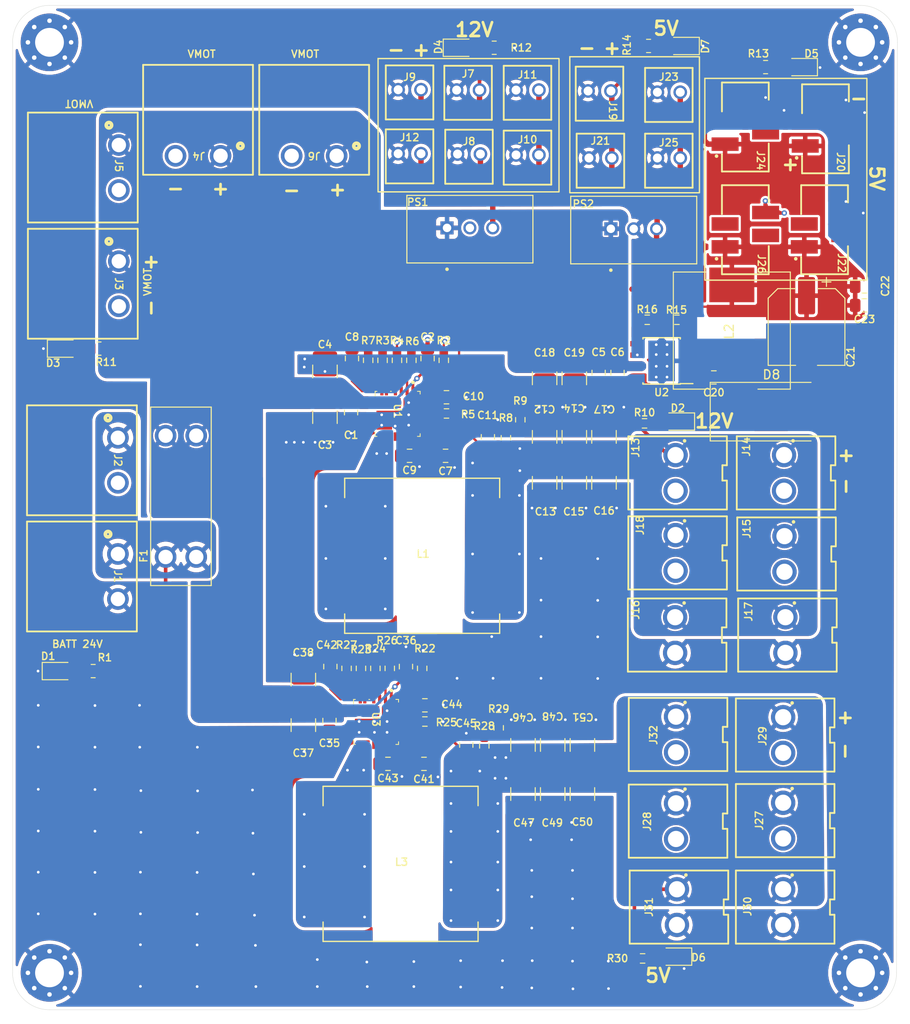
<source format=kicad_pcb>
(kicad_pcb (version 20211014) (generator pcbnew)
  (layers (0 "F.Cu" signal) (1 "In1.Cu" power) (2 "In2.Cu" power) (31 "B.Cu" signal) (34 "B.Paste" user) (35 "F.Paste" user) (36 "B.SilkS" user "B.Silkscreen") (37 "F.SilkS" user "F.Silkscreen") (38 "B.Mask" user) (39 "F.Mask" user) (44 "Edge.Cuts" user))
  (net 0 "")
  (net 1 "+24V")
  (net 2 "GND")
  (net 3 "Net-(C7-Pad1)")
  (net 4 "Net-(C8-Pad1)")
  (net 5 "Net-(C8-Pad2)")
  (net 6 "Net-(C9-Pad2)")
  (net 7 "/REGULO/VDD")
  (net 8 "+12P")
  (net 9 "Net-(C41-Pad1)")
  (net 10 "Net-(C42-Pad1)")
  (net 11 "Net-(C42-Pad2)")
  (net 12 "Net-(C43-Pad2)")
  (net 13 "/REGULO2/VDD")
  (net 14 "+5P")
  (net 15 "Net-(D1-Pad2)")
  (net 16 "Net-(D2-Pad2)")
  (net 17 "Net-(D3-Pad2)")
  (net 18 "Net-(D6-Pad2)")
  (net 19 "+BATT")
  (net 20 "+12C")
  (net 21 "+5C")
  (net 24 "+5V")
  (net 31 "Net-(L1-Pad1)")
  (net 32 "Net-(L3-Pad1)")
  (net 33 "Net-(R2-Pad1)")
  (net 34 "Net-(R3-Pad2)")
  (net 35 "Net-(R5-Pad1)")
  (net 36 "Net-(R6-Pad2)")
  (net 37 "Net-(R7-Pad1)")
  (net 38 "Net-(R8-Pad1)")
  (net 39 "Net-(R22-Pad1)")
  (net 40 "Net-(R23-Pad2)")
  (net 41 "Net-(R25-Pad1)")
  (net 42 "Net-(R26-Pad2)")
  (net 43 "Net-(R27-Pad1)")
  (net 44 "Net-(R28-Pad1)")
  (net 51 "Net-(D4-Pad2)")
  (net 52 "Net-(D5-Pad2)")
  (net 53 "Net-(D7-Pad2)")
  (net 54 "Net-(C20-Pad1)")
  (net 55 "Net-(C20-Pad2)")
  (net 56 "/REGULO5v/VSENS")
  (footprint "AREA_lib_Connector:690367290476" (layer "F.Cu") (at 136.5 48.8 -90)
    (fp_text reference "J22")
    (fp_text value "5V_CAN")
  )
  (footprint "AREA_lib_Connector:Wuerth_3.96mm_2pin_645002114822" (layer "F.Cu") (at 120.5 104.84 90)
    (fp_text reference "J32")
    (fp_text value "5VP")
  )
  (footprint "AREA_lib_Connector:Wuerth_3.96mm_2pin_645002114822" (layer "F.Cu") (at 120.45 75.8 90)
    (fp_text reference "J13")
    (fp_text value "12VP")
  )
  (footprint "AREA_lib_Connector:Wuerth_batcon_691313710002" (layer "F.Cu") (at 58.1 41.9 -90)
    (fp_text reference "J5")
    (fp_text value "MOT_OUT")
  )
  (footprint "LED_SMD:LED_0805_2012Metric_Pad1.15x1.40mm_HandSolder" (layer "F.Cu") (at 133.85 30.75 180)
    (fp_text reference "D5")
    (fp_text value "LED")
  )
  (footprint "MountingHole:MountingHole_3.2mm_M3_Pad_Via" (layer "F.Cu") (at 50.4 28)
    (fp_text reference "H4" hide)
    (fp_text value "M3")
  )
  (footprint "Capacitor_SMD:C_0805_2012Metric_Pad1.18x1.45mm_HandSolder" (layer "F.Cu") (at 92 108.1)
    (fp_text reference "C41")
    (fp_text value "33n")
  )
  (footprint "Capacitor_SMD:C_1210_3225Metric_Pad1.33x2.70mm_HandSolder" (layer "F.Cu") (at 103 106 90)
    (fp_text reference "C46")
    (fp_text value "22u")
  )
  (footprint "AREA_lib_Connector:Wuerth_2.54mm_2pins_61900211121" (layer "F.Cu") (at 103.5 40.8)
    (fp_text reference "J10")
    (fp_text value "12VC")
  )
  (footprint "Resistor_SMD:R_0805_2012Metric_Pad1.20x1.40mm_HandSolder" (layer "F.Cu") (at 129.95 30.75)
    (fp_text reference "R13")
    (fp_text value "560")
  )
  (footprint "AREA_lib_Connector:Wuerth_2.54mm_2pins_61900211121" (layer "F.Cu") (at 97 40.7)
    (fp_text reference "J8")
    (fp_text value "12VC")
  )
  (footprint "AREA_lib_Connector:Wuerth_2.54mm_2pins_61900211121" (layer "F.Cu") (at 111.5 33.7)
    (fp_text reference "J19")
    (fp_text value "5VC")
  )
  (footprint "Capacitor_SMD:C_0805_2012Metric_Pad1.18x1.45mm_HandSolder" (layer "F.Cu") (at 84 63.1 -90)
    (fp_text reference "C8")
    (fp_text value "100n")
  )
  (footprint "AREA_lib_Connector:Wuerth_batcon_691313710002" (layer "F.Cu") (at 58 74.4 -90)
    (fp_text reference "J2")
    (fp_text value "BAT_IN")
  )
  (footprint "Capacitor_SMD:C_0805_2012Metric_Pad1.18x1.45mm_HandSolder" (layer "F.Cu") (at 111.4 64.6625 -90)
    (fp_text reference "C5")
    (fp_text value "100n")
  )
  (footprint "AREA_lib_Connector:Wuerth_3.96mm_2pin_645002114822" (layer "F.Cu") (at 132.4 124 90)
    (fp_text reference "J30")
    (fp_text value "5VP")
  )
  (footprint "AREA_lib_Connector:Wuerth_3.96mm_2pin_645002114822" (layer "F.Cu") (at 120.45 84.68 90)
    (fp_text reference "J18")
    (fp_text value "12VP")
  )
  (footprint "Resistor_SMD:R_0603_1608Metric_Pad0.98x0.95mm_HandSolder" (layer "F.Cu") (at 90.6 63.3 -90)
    (fp_text reference "R6")
    (fp_text value "100k")
  )
  (footprint "Capacitor_SMD:C_1210_3225Metric_Pad1.33x2.70mm_HandSolder" (layer "F.Cu") (at 109.6 106 90)
    (fp_text reference "C51")
    (fp_text value "22u")
  )
  (footprint "Capacitor_SMD:C_0805_2012Metric_Pad1.18x1.45mm_HandSolder" (layer "F.Cu") (at 124.2 65.2 180)
    (fp_text reference "C20")
    (fp_text value "10n")
  )
  (footprint "Capacitor_SMD:C_1210_3225Metric_Pad1.33x2.70mm_HandSolder" (layer "F.Cu") (at 105.4 65.3 -90)
    (fp_text reference "C18")
    (fp_text value "10u")
  )
  (footprint "Capacitor_SMD:C_1210_3225Metric_Pad1.33x2.70mm_HandSolder" (layer "F.Cu") (at 103 111.45 -90)
    (fp_text reference "C47")
    (fp_text value "22u")
  )
  (footprint "Capacitor_SMD:C_0805_2012Metric_Pad1.18x1.45mm_HandSolder" (layer "F.Cu") (at 92.4 63.1 90)
    (fp_text reference "C2")
    (fp_text value "100n")
  )
  (footprint "Capacitor_SMD:CP_Elec_8x11.9" (layer "F.Cu") (at 134.5 59.6 -90)
    (fp_text reference "C21")
    (fp_text value "330u")
  )
  (footprint "Package_SO:TI_SO-PowerPAD-8_ThermalVias" (layer "F.Cu") (at 118.4 63.3625 180)
    (fp_text reference "U2")
    (fp_text value "TPS5450ddar")
  )
  (footprint "Resistor_SMD:R_0805_2012Metric_Pad1.20x1.40mm_HandSolder" (layer "F.Cu") (at 116.95 28.4)
    (fp_text reference "R14")
    (fp_text value "560")
  )
  (footprint "Capacitor_SMD:C_0805_2012Metric_Pad1.18x1.45mm_HandSolder" (layer "F.Cu") (at 113.5 64.665 -90)
    (fp_text reference "C6")
    (fp_text value "100n")
  )
  (footprint "Resistor_SMD:R_0603_1608Metric_Pad0.98x0.95mm_HandSolder" (layer "F.Cu") (at 91.8 97.5 90)
    (fp_text reference "R22")
    (fp_text value "2k")
  )
  (footprint "Capacitor_SMD:C_1210_3225Metric_Pad1.33x2.70mm_HandSolder" (layer "F.Cu") (at 106.3 111.45 -90)
    (fp_text reference "C49")
    (fp_text value "22u")
  )
  (footprint "AREA_lib_Connector:Wuerth_2.54mm_2pins_61900211121" (layer "F.Cu") (at 90.4 40.66)
    (fp_text reference "J12")
    (fp_text value "12VC")
  )
  (footprint "LED_SMD:LED_0805_2012Metric_Pad1.15x1.40mm_HandSolder" (layer "F.Cu") (at 120.73 28.405 180)
    (fp_text reference "D7")
    (fp_text value "LED")
  )
  (footprint "LED_SMD:LED_0805_2012Metric_Pad1.15x1.40mm_HandSolder" (layer "F.Cu") (at 119.8875 129.5 180)
    (fp_text reference "D6")
    (fp_text value "LED")
  )
  (footprint "Capacitor_SMD:C_1210_3225Metric_Pad1.33x2.70mm_HandSolder" (layer "F.Cu") (at 112 71.8 90)
    (fp_text reference "C17")
    (fp_text value "22u")
  )
  (footprint "Capacitor_SMD:C_1210_3225Metric_Pad1.33x2.70mm_HandSolder" (layer "F.Cu") (at 81 69.6 -90)
    (fp_text reference "C3")
    (fp_text value "22u")
  )
  (footprint "Capacitor_SMD:C_0805_2012Metric_Pad1.18x1.45mm_HandSolder" (layer "F.Cu") (at 140.9375 55.1)
    (fp_text reference "C22")
    (fp_text value "100n")
  )
  (footprint "AREA_lib_Connector:Wuerth_3.96mm_2pin_645002114822" (layer "F.Cu") (at 132.55 84.8 90)
    (fp_text reference "J15")
    (fp_text value "12VP")
  )
  (footprint "AREA_lib_Connector:Wuerth_3.96mm_2pin_645002114822" (layer "F.Cu") (at 132.4 104.9 90)
    (fp_text reference "J29")
    (fp_text value "5VP")
  )
  (footprint "MountingHole:MountingHole_3.2mm_M3_Pad_Via" (layer "F.Cu") (at 140.5 28)
    (fp_text reference "H2" hide)
    (fp_text value "M3")
  )
  (footprint "AREA_lib_Connector:Wuerth_2.54mm_2pins_61900211121" (layer "F.Cu") (at 103.5 33.6)
    (fp_text reference "J11")
    (fp_text value "12VC")
  )
  (footprint "AREA_lib_Connector:Wuerth_3.96mm_2pin_645002114822" (layer "F.Cu") (at 120.4 93.8 90)
    (fp_text reference "J16")
    (fp_text value "12VP")
  )
  (footprint "LED_SMD:LED_0805_2012Metric_Pad1.15x1.40mm_HandSolder" (layer "F.Cu") (at 96 28.6)
    (fp_text reference "D4")
    (fp_text value "LED")
  )
  (footprint "Capacitor_SMD:C_0805_2012Metric_Pad1.18x1.45mm_HandSolder" (layer "F.Cu") (at 99.1 71.8 90)
    (fp_text reference "C11")
    (fp_text value "100n")
  )
  (footprint "AREA_lib_Connector:690367290476" (layer "F.Cu") (at 127.7 37.4 -90)
    (fp_text reference "J24")
    (fp_text value "5V_CAN")
  )
  (footprint "Capacitor_SMD:C_0805_2012Metric_Pad1.18x1.45mm_HandSolder" (layer "F.Cu") (at 92.1 101.6 180)
    (fp_text reference "C44")
    (fp_text value "1u")
  )
  (footprint "AREA_lib_Connector:Wuerth_2.54mm_2pins_61900211121" (layer "F.Cu") (at 119.2 33.84)
    (fp_text reference "J23")
    (fp_text value "5VC")
  )
  (footprint "MountingHole:MountingHole_3.2mm_M3_Pad_Via" (layer "F.Cu") (at 50.4 131.3)
    (fp_text reference "H3" hide)
    (fp_text value "M3")
  )
  (footprint "Resistor_SMD:R_0603_1608Metric_Pad0.98x0.95mm_HandSolder" (layer "F.Cu") (at 102.7 69.9 -90)
    (fp_text reference "R9")
    (fp_text value "10k")
  )
  (footprint "Capacitor_SMD:C_1210_3225Metric_Pad1.33x2.70mm_HandSolder" (layer "F.Cu") (at 78.6 103.8 -90)
    (fp_text reference "C37")
    (fp_text value "22u")
  )
  (footprint "AREA_lib_Connector:Wuerth_3.96mm_2pin_645002114822" (layer "F.Cu") (at 132.4 114.4 90)
    (fp_text reference "J27")
    (fp_text value "5VP")
  )
  (footprint "Capacitor_SMD:C_1210_3225Metric_Pad1.33x2.70mm_HandSolder" (layer "F.Cu") (at 105.4 76.9 -90)
    (fp_text reference "C13")
    (fp_text value "22u")
  )
  (footprint "Inductor_SMD:L_Wuerth_HCI-1335" (layer "F.Cu") (at 126.2 60 90)
    (fp_text reference "L2")
    (fp_text value "10uH")
  )
  (footprint "MountingHole:MountingHole_3.2mm_M3_Pad_Via" (layer "F.Cu") (at 140.5 131.3)
    (fp_text reference "H1" hide)
    (fp_text value "M3")
  )
  (footprint "Capacitor_SMD:C_1210_3225Metric_Pad1.33x2.70mm_HandSolder" (layer "F.Cu") (at 109.6 111.45 -90)
    (fp_text reference "C50")
    (fp_text value "22u")
  )
  (footprint "Capacitor_SMD:C_1210_3225Metric_Pad1.33x2.70mm_HandSolder" (layer "F.Cu") (at 112 76.9 -90)
    (fp_text reference "C16")
    (fp_text value "22u")
  )
  (footprint "Resistor_SMD:R_0603_1608Metric_Pad0.98x0.95mm_HandSolder" (layer "F.Cu") (at 87.4 63.3 -90)
    (fp_text reference "R3")
    (fp_text value "562k")
  )
  (footprint "AREA_lib_Connector:Wuerth_2.54mm_2pins_61900211121" (layer "F.Cu") (at 119.2 41.14)
    (fp_text reference "J25")
    (fp_text value "5VC")
  )
  (footprint "AREA_lib_Connector:Wuerth_3.96mm_2pin_645002114822" (layer "F.Cu") (at 132.5 75.8 90)
    (fp_text reference "J14")
    (fp_text value "12VP")
  )
  (footprint "AREA_lib_composant:SIC463EDT1GE3" (layer "F.Cu") (at 89.075 69.245 -90)
    (fp_text reference "U1")
    (fp_text value "SIC466ED-T1-GE3" hide)
  )
  (footprint "Resistor_SMD:R_0603_1608Metric_Pad0.98x0.95mm_HandSolder" (layer "F.Cu") (at 116.5 70.3)
    (fp_text reference "R10")
    (fp_text value "10k")
  )
  (footprint "Resistor_SMD:R_0603_1608Metric_Pad0.98x0.95mm_HandSolder" (layer "F.Cu") (at 88.2 97.5 -90)
    (fp_text reference "R26")
    (fp_text value "100k")
  )
  (footprint "Resistor_SMD:R_0805_2012Metric_Pad1.20x1.40mm_HandSolder" (layer "F.Cu") (at 55.25 97.8 180)
    (fp_text reference "R1")
    (fp_text value "10K")
  )
  (footprint "Capacitor_SMD:C_0805_2012Metric_Pad1.18x1.45mm_HandSolder" (layer "F.Cu") (at 81.6 97.3 -90)
    (fp_text reference "C42")
    (fp_text value "100n")
  )
  (footprint "Capacitor_SMD:C_0805_2012Metric_Pad1.18x1.45mm_HandSolder" (layer "F.Cu") (at 88 108.1 180)
    (fp_text reference "C43")
    (fp_text value "1u")
  )
  (footprint "Capacitor_SMD:C_1210_3225Metric_Pad1.33x2.70mm_HandSolder" (layer "F.Cu") (at 81 64.5375 90)
    (fp_text reference "C4")
    (fp_text value "22u")
  )
  (footprint "Resistor_SMD:R_0603_1608Metric_Pad0.98x0.95mm_HandSolder" (layer "F.Cu") (at 92.1 103.4)
    (fp_text reference "R25")
    (fp_text value "88.7k")
  )
  (footprint "AREA_lib_Connector:690367290476" (layer "F.Cu") (at 127.7 48.8 -90)
    (fp_text reference "J26")
    (fp_text value "5V_CAN")
  )
  (footprint "Resistor_SMD:R_0603_1608Metric_Pad0.98x0.95mm_HandSolder" (layer "F.Cu") (at 94.5 69.2)
    (fp_text reference "R5")
    (fp_text value "88.7k")
  )
  (footprint "Resistor_SMD:R_0805_2012Metric_Pad1.20x1.40mm_HandSolder" (layer "F.Cu") (at 99.8 28.6 180)
    (fp_text reference "R12")
    (fp_text value "5.1K")
  )
  (footprint "AREA_lib_composant:CONV_TSR_2-2450" (layer "F.Cu") (at 115.3 48.84)
    (fp_text reference "PS2")
    (fp_text value "TSR_2-2450")
  )
  (footprint "Capacitor_SMD:C_0805_2012Metric_Pad1.18x1.45mm_HandSolder" (layer "F.Cu") (at 140.9375 57.2)
    (fp_text reference "C23")
    (fp_text value "10n")
  )
  (footprint "Capacitor_SMD:C_1210_3225Metric_Pad1.33x2.70mm_HandSolder" (layer "F.Cu") (at 108.7 65.3 -90)
    (fp_text reference "C19")
    (fp_text value "10u")
  )
  (footprint "Capacitor_SMD:C_0805_2012Metric_Pad1.18x1.45mm_HandSolder" (layer "F.Cu") (at 94.5 67.4 180)
    (fp_text reference "C10")
    (fp_text value "1u")
  )
  (footprint "Resistor_SMD:R_0603_1608Metric_Pad0.98x0.95mm_HandSolder" (layer "F.Cu") (at 85.8 63.3 90)
    (fp_text reference "R7")
    (fp_text value "3.3")
  )
  (footprint "AREA_lib_Connector:Wuerth_3.96mm_2pin_645002114822" (layer "F.Cu") (at 132.65 93.8 90)
    (fp_text reference "J17")
    (fp_text value "12VP")
  )
  (footprint "Resistor_SMD:R_0603_1608Metric_Pad0.98x0.95mm_HandSolder" (layer "F.Cu") (at 100.3 104.1 -90)
    (fp_text reference "R29")
    (fp_text value "10k")
  )
  (footprint "AREA_lib_Connector:Wuerth_batcon_691313710002" (layer "F.Cu") (at 58.1 54.8 -90)
    (fp_text reference "J3")
    (fp_text value "MOT_OUT")
  )
  (footprint "LED_SMD:LED_0805_2012Metric_Pad1.15x1.40mm_HandSolder" (layer "F.Cu") (at 52.025 62)
    (fp_text reference "D3")
    (fp_text value "LED")
  )
  (footprint "Capacitor_SMD:C_0805_2012Metric_Pad1.18x1.45mm_HandSolder" (layer "F.Cu") (at 94.4 73.9)
    (fp_text reference "C7")
    (fp_text value "33n")
  )
  (footprint "LED_SMD:LED_0805_2012Metric_Pad1.15x1.40mm_HandSolder" (layer "F.Cu") (at 51.45 97.8)
    (fp_text reference "D1")
    (fp_text value "LED")
  )
  (footprint "Resistor_SMD:R_0603_1608Metric_Pad0.98x0.95mm_HandSolder" (layer "F.Cu") (at 120.1 58.8 180)
    (fp_text reference "R15")
    (fp_text value "10k")
  )
  (footprint "AREA_lib_Connector:Wuerth_batcon_691313710002" (layer "F.Cu") (at 58 87.3 -90)
    (fp_text reference "J1")
    (fp_text value "BAT_IN")
  )
  (footprint "Capacitor_SMD:C_0805_2012Metric_Pad1.18x1.45mm_HandSolder" (layer "F.Cu") (at 90 97.3 90)
    (fp_text reference "C36")
    (fp_text value "100n")
  )
  (footprint "Capacitor_SMD:C_0805_2012Metric_Pad1.18x1.45mm_HandSolder" (layer "F.Cu") (at 90.4 73.9 180)
    (fp_text reference "C9")
    (fp_text value "1u")
  )
  (footprint "Resistor_SMD:R_0805_2012Metric_Pad1.20x1.40mm_HandSolder" (layer "F.Cu") (at 55.9 62 180)
    (fp_text reference "R11")
    (fp_text value "10K")
  )
  (footprint "Diode_SMD:D_SMC_Handsoldering" (layer "F.Cu") (at 130.6 69)
    (fp_text reference "D8")
    (fp_text value "SSC54-E3/9AT")
  )
  (footprint "AREA_lib_Connector:Wuerth_2.54mm_2pins_61900211121" (layer "F.Cu") (at 90.4 33.56)
    (fp_text reference "J9")
    (fp_text value "12VC")
  )
  (footprint "Resistor_SMD:R_0603_1608Metric_Pad0.98x0.95mm_HandSolder" (layer "F.Cu") (at 85 97.5 -90)
    (fp_text reference "R23")
    (fp_text value "562k")
  )
  (footprint "Capacitor_SMD:C_0805_2012Metric_Pad1.18x1.45mm_HandSolder" (layer "F.Cu") (at 96.7 106 90)
    (fp_text reference "C45")
    (fp_text value "100n")
  )
  (footprint "AREA_lib_Connector:Wuerth_2.54mm_2pins_61900211121" (layer "F.Cu") (at 111.6 41.14)
    (fp_text reference "J21")
    (fp_text value "5VC")
  )
  (footprint "AREA_lib_composant:CONV_TSR_2-2450" (layer "F.Cu") (at 97.1 48.74)
    (fp_text reference "PS1")
    (fp_text value "TSR_2-2450")
  )
  (footprint "Capacitor_SMD:C_0805_2012Metric_Pad1.18x1.45mm_HandSolder" (layer "F.Cu") (at 83.9 69.1 -90)
    (fp_text reference "C1")
    (fp_text value "100n")
  )
  (footprint "Capacitor_SMD:C_0805_2012Metric_Pad1.18x1.45mm_HandSolder" (layer "F.Cu") (at 81.5 103.3 -90)
    (fp_text reference "C35")
    (fp_text value "100n")
  )
  (footprint "Capacitor_SMD:C_1210_3225Metric_Pad1.33x2.70mm_HandSolder" (layer "F.Cu") (at 105.4 71.8 90)
    (fp_text reference "C12")
    (fp_text value "22u")
  )
  (footprint "Resistor_SMD:R_0603_1608Metric_Pad0.98x0.95mm_HandSolder" (layer "F.Cu") (at 98.7 106.1 -90)
    (fp_text reference "R28")
    (fp_text value "52.3k")
  )
  (footprint "Resistor_SMD:R_0603_1608Metric_Pad0.98x0.95mm_HandSolder" (layer "F.Cu") (at 83.4 97.5 90)
    (fp_text reference "R27")
    (fp_text value "3.3")
  )
  (footprint "AREA_lib_Connector:Wuerth_3.96mm_2pin_645002114822" (layer "F.Cu") (at 120.5 114.46 90)
    (fp_text reference "J28")
    (fp_text value "5VP")
  )
  (footprint "Resistor_SMD:R_0603_1608Metric_Pad0.98x0.95mm_HandSolder" (layer "F.Cu") (at 94.2 63.3 90)
    (fp_text reference "R2")
    (fp_text value "2k")
  )
  (footprint "Capacitor_SMD:C_1210_3225Metric_Pad1.33x2.70mm_HandSolder" (layer "F.Cu") (at 108.7 71.8 90)
    (fp_text reference "C14")
    (fp_text value "22u")
  )
  (footprint "Capacitor_SMD:C_1210_3225Metric_Pad1.33x2.70mm_HandSolder" (layer "F.Cu") (at 108.7 76.9 -90)
    (fp_text reference "C15")
    (fp_text value "22u")
  )
  (footprint "Capacitor_SMD:C_1210_3225Metric_Pad1.33x2.70mm_HandSolder" (layer "F.Cu") (at 106.3 106 90)
    (fp_text reference "C48")
    (fp_text value "22u")
  )
  (footprint "AREA_lib_Connector:690367290476" (layer "F.Cu") (at 136.6 37.6 -90)
    (fp_text reference "J20")
    (fp_text value "5V_CAN")
  )
  (footprint "Resistor_SMD:R_0603_1608Metric_Pad0.98x0.95mm_HandSolder" (layer "F.Cu") (at 116.2875 129.7)
    (fp_text reference "R30")
    (fp_text value "10k")
  )
  (footprint "Capacitor_SMD:C_1210_3225Metric_Pad1.33x2.70mm_HandSolder" (layer "F.Cu") (at 78.6 98.75 90)
    (fp_text reference "C38")
    (fp_text value "22u")
  )
  (footprint "LED_SMD:LED_0805_2012Metric_Pad1.15x1.40mm_HandSolder" (layer "F.Cu") (at 120.2 70.1 180)
    (fp_text reference "D2")
    (fp_text value "LED")
  )
  (footprint "AREA_lib_composant:SIC463EDT1GE3" (layer "F.Cu") (at 86.675 103.445 -90)
    (fp_text reference "U3")
    (fp_text value "SIC466ED-T1-GE3" hide)
  )
  (footprint "AREA_lib_Connector:Wuerth_3.96mm_2pin_645002114822" (layer "F.Cu") (at 120.6 124 90)
    (fp_text reference "J31")
    (fp_text value "5VP")
  )
  (footprint "AREA_lib_Connector:Wuerth_batcon_691313710002" (layer "F.Cu") (at 79.8 40.6 180)
    (fp_text reference "J6")
    (fp_text value "MOT_OUT")
  )
  (footprint "AREA_lib_Connector:Wuerth_batcon_691313710002" (layer "F.Cu") (at 66.9 40.6 180)
    (fp_text reference "J4")
    (fp_text value "MOT_OUT")
  )
  (footprint "AREA_lib_composant:FUSE_3557-2" (layer "F.Cu") (at 65 78.4 90)
    (fp_text reference "F1")
    (fp_text value "3557-2")
  )
  (footprint "Resistor_SMD:R_0603_1608Metric_Pad0.98x0.95mm_HandSolder" (layer "F.Cu") (at 116.8 58.8 180)
    (fp_text reference "R16")
    (fp_text value "3k16")
  )
  (footprint "Resistor_SMD:R_0603_1608Metric_Pad0.98x0.95mm_HandSolder" (layer "F.Cu") (at 101.1 71.9 -90)
    (fp_text reference "R8")
    (fp_text value "52.3k")
  )
  (footprint "Resistor_SMD:R_0603_1608Metric_Pad0.98x0.95mm_HandSolder" (layer "F.Cu") (at 89 63.3 90)
    (fp_text reference "R4")
    (fp_text value "226k")
  )
  (footprint "AREA_lib_Connector:Wuerth_2.54mm_2pins_61900211121" (layer "F.Cu") (at 96.9 33.6)
    (fp_text reference "J7")
    (fp_text value "12VC")
  )
  (footprint "Inductor_SMD:L_Vishay_IHLP-6767" (layer "F.Cu") (at 91.8 85)
    (fp_text reference "L1")
    (fp_text value "4.7uH")
  )
  (footprint "Resistor_SMD:R_0603_1608Metric_Pad0.98x0.95mm_HandSolder" (layer "F.Cu") (at 86.6 97.5 90)
    (fp_text reference "R24")
    (fp_text value "226k")
  )
  (footprint "Inductor_SMD:L_Vishay_IHLP-6767" (layer "F.Cu") (at 89.4 119.2)
    (fp_text reference "L3")
    (fp_text value "4.7uH")
  )
  (gr_rect (start 86.9 29.8) (end 107 44.6) (layer "F.SilkS") (width 0.1524) (fill none))
  (gr_rect (start 123.2 32) (end 141.2 54.4) (layer "F.SilkS") (width 0.1524) (fill none))
  (gr_rect (start 108.2 29.6) (end 122.6 44.7) (layer "F.SilkS") (width 0.1524) (fill none))
  (gr_arc (start 140.5 23.9) (mid 143.399926 25.100431) (end 144.601219 28) (layer "Edge.Cuts") (width 0.0381))
  (gr_arc (start 46.3 28) (mid 47.500431 25.100074) (end 50.4 23.898781) (layer "Edge.Cuts") (width 0.0381))
  (gr_arc (start 50.401219 135.399999) (mid 47.501293 134.199568) (end 46.3 131.299999) (layer "Edge.Cuts") (width 0.0381))
  (gr_arc (start 144.499999 131.298781) (mid 143.299568 134.198707) (end 140.399999 135.4) (layer "Edge.Cuts") (width 0.0381))
  (gr_line (start 46.3 28) (end 46.3 131.299999) (layer "Edge.Cuts") (width 0.0381))
  (gr_line (start 50.401219 135.399999) (end 140.399999 135.4) (layer "Edge.Cuts") (width 0.0381))
  (gr_line (start 140.5 23.9) (end 50.4 23.898781) (layer "Edge.Cuts") (width 0.0381))
  (gr_line (start 144.499999 131.298781) (end 144.601219 28) (layer "Edge.Cuts") (width 0.0381))
  (gr_text "5V" (at 142.3 43.1 270) (layer "F.SilkS") (effects (font (size 1.524 1.524) (thickness 0.3048))))
  (gr_text "5V" (at 118 131.6) (layer "F.SilkS") (effects (font (size 1.524 1.524) (thickness 0.3048))))
  (gr_text "+" (at 69.4 44.2) (layer "F.SilkS") (effects (font (size 1.5 1.5) (thickness 0.3))))
  (gr_text "+" (at 61.7 52.3) (layer "F.SilkS") (effects (font (size 1.5 1.5) (thickness 0.3))))
  (gr_text "-" (at 88.9 29 180) (layer "F.SilkS") (effects (font (size 1.5 1.5) (thickness 0.3))))
  (gr_text "12V\n" (at 124.25 70.05) (layer "F.SilkS") (effects (font (size 1.524 1.524) (thickness 0.3048))))
  (gr_text "+" (at 138.7 103 90) (layer "F.SilkS") (effects (font (size 1.5 1.5) (thickness 0.3))))
  (gr_text "-" (at 138.9 106.7 270) (layer "F.SilkS") (effects (font (size 1.5 1.5) (thickness 0.3))))
  (gr_text "-" (at 77.3 44.6 180) (layer "F.SilkS") (effects (font (size 1.5 1.5) (thickness 0.3))))
  (gr_text "-" (at 61.6 57.5 90) (layer "F.SilkS") (effects (font (size 1.5 1.5) (thickness 0.3))))
  (gr_text "5V" (at 118.9 26.45) (layer "F.SilkS") (effects (font (size 1.524 1.524) (thickness 0.3048))))
  (gr_text "-" (at 110.1 28.8 180) (layer "F.SilkS") (effects (font (size 1.5 1.5) (thickness 0.3))))
  (gr_text "VMOT" (at 53.7 34.8 180) (layer "F.SilkS") (effects (font (size 0.8128 0.8128) (thickness 0.1524))))
  (gr_text "+" (at 82.4 44.3) (layer "F.SilkS") (effects (font (size 1.5 1.5) (thickness 0.3))))
  (gr_text "+" (at 138.8 73.9 90) (layer "F.SilkS") (effects (font (size 1.5 1.5) (thickness 0.3))))
  (gr_text "-" (at 139 77.3 270) (layer "F.SilkS") (effects (font (size 1.5 1.5) (thickness 0.3))))
  (gr_text "12V\n" (at 97.6 26.6) (layer "F.SilkS") (effects (font (size 1.524 1.524) (thickness 0.3048))))
  (gr_text "-" (at 140.3 34.4 180) (layer "F.SilkS") (effects (font (size 1.5 1.5) (thickness 0.3))))
  (gr_text "BATT 24V" (at 53.5 94.8) (layer "F.SilkS") (effects (font (size 0.8128 0.8128) (thickness 0.1524))))
  (gr_text "VMOT" (at 67.3 29.3) (layer "F.SilkS") (effects (font (size 0.8128 0.8128) (thickness 0.1524))))
  (gr_text "VMOT" (at 61.3 54.6 90) (layer "F.SilkS") (effects (font (size 0.8128 0.8128) (thickness 0.1524))))
  (gr_text "+" (at 132.7 41.5) (layer "F.SilkS") (effects (font (size 1.5 1.5) (thickness 0.3))))
  (gr_text "+" (at 91.7 28.8) (layer "F.SilkS") (effects (font (size 1.5 1.5) (thickness 0.3))))
  (gr_text "-" (at 64.4 44.4 180) (layer "F.SilkS") (effects (font (size 1.5 1.5) (thickness 0.3))))
  (gr_text "VMOT" (at 78.8 29.3) (layer "F.SilkS") (effects (font (size 0.8128 0.8128) (thickness 0.1524))))
  (gr_text "+" (at 112.9 28.6) (layer "F.SilkS") (effects (font (size 1.5 1.5) (thickness 0.3))))
  (segment (start 85 96.5875) (end 85.9125 97.5) (width 0.3) (layer "F.Cu") (net 1))
  (segment (start 88.375 100.92) (end 88.375 99.925) (width 0.3) (layer "F.Cu") (net 1))
  (segment (start 91.21875 65.31875) (end 90.775 65.7625) (width 0.3) (layer "F.Cu") (net 1))
  (segment (start 89.9625 98.3375) (end 90 98.3375) (width 0.3) (layer "F.Cu") (net 1))
  (segment (start 87.55 63.25) (end 92.25 63.25) (width 0.25) (layer "F.Cu") (net 1))
  (segment (start 88.375 99.925) (end 89.9625 98.3375) (width 0.3) (layer "F.Cu") (net 1))
  (segment (start 87.4 62.3875) (end 87.4 63.1) (width 0.25) (layer "F.Cu") (net 1))
  (segment (start 92.25 63.25) (end 92.4 63.4) (width 0.25) (layer "F.Cu") (net 1))
  (segment (start 90.775 65.7625) (end 90.775 66.72) (width 0.3) (layer "F.Cu") (net 1))
  (segment (start 92.4 63.4) (end 92.4 64.1375) (width 0.25) (layer "F.Cu") (net 1))
  (segment (start 85.9125 97.5) (end 89.1625 97.5) (width 0.3) (layer "F.Cu") (net 1))
  (segment (start 87.4 63.1) (end 87.55 63.25) (width 0.25) (layer "F.Cu") (net 1))
  (segment (start 92.4 64.1375) (end 91.21875 65.31875) (width 0.3) (layer "F.Cu") (net 1))
  (segment (start 89.1625 97.5) (end 90 98.3375) (width 0.3) (layer "F.Cu") (net 1))
  (via (at 91.21875 65.31875) (size 0.6) (drill 0.3) (layers "F.Cu" "B.Cu") (net 1))
  (via (at 88.775 99.525) (size 0.6) (drill 0.3) (layers "F.Cu" "B.Cu") (net 1))
  (segment (start 91.21875 65.31875) (end 88.9375 67.6) (width 0.3) (layer "B.Cu") (net 1))
  (segment (start 88.775 99.525) (end 86.5 101.8) (width 0.3) (layer "B.Cu") (net 1))
  (segment (start 88.9375 67.6) (end 85.7 67.6) (width 0.3) (layer "B.Cu") (net 1))
  (segment (start 86.5 101.8) (end 83.3 101.8) (width 0.3) (layer "B.Cu") (net 1))
  (segment (start 89.825 71.77) (end 89.825 72.495) (width 0.25) (layer "F.Cu") (net 2))
  (segment (start 87.425 105.075) (end 87.9 104.6) (width 0.25) (layer "F.Cu") (net 2))
  (segment (start 90.525 69.495) (end 91.6 69.495) (width 0.3) (layer "F.Cu") (net 2))
  (segment (start 89.825 70.975) (end 90.3 70.5) (width 0.25) (layer "F.Cu") (net 2))
  (segment (start 87.425 106.525) (end 89 108.1) (width 0.25) (layer "F.Cu") (net 2))
  (segment (start 89 108.1) (end 89.0375 108.1) (width 0.25) (layer "F.Cu") (net 2))
  (segment (start 89.825 72.495) (end 91.23 73.9) (width 0.25) (layer "F.Cu") (net 2))
  (segment (start 89.825 71.77) (end 89.825 70.975) (width 0.25) (layer "F.Cu") (net 2))
  (segment (start 87.425 105.97) (end 87.425 106.525) (width 0.25) (layer "F.Cu") (net 2))
  (segment (start 99.9625 69.9) (end 99.1 70.7625) (width 0.25) (layer "F.Cu") (net 2))
  (segment (start 88.125 103.695) (end 87.875 103.445) (width 0.3) (layer "F.Cu") (net 2))
  (segment (start 90.275 69.245) (end 90.525 69.495) (width 0.3) (layer "F.Cu") (net 2))
  (segment (start 89.2 103.695) (end 88.125 103.695) (width 0.3) (layer "F.Cu") (net 2))
  (segment (start 94.2 61.3) (end 94.3 61.2) (width 0.25) (layer "F.Cu") (net 2))
  (segment (start 94.2 62.3875) (end 94.2 61.3) (width 0.25) (layer "F.Cu") (net 2))
  (segment (start 100.2 69.9) (end 99.9625 69.9) (width 0.25) (layer "F.Cu") (net 2))
  (segment (start 92.4 62.0625) (end 92.4 61) (width 0.25) (layer "F.Cu") (net 2))
  (segment (start 91.23 73.9) (end 91.4375 73.9) (width 0.25) (layer "F.Cu") (net 2))
  (segment (start 87.425 105.97) (end 87.425 105.075) (width 0.25) (layer "F.Cu") (net 2))
  (segment (start 89 62.3875) (end 89 61.3) (width 0.25) (layer "F.Cu") (net 2))
  (via (at 78.75 63.15) (size 0.6) (drill 0.3) (layers "F.Cu" "B.Cu") (net 2))
  (via (at 87.3 70.5) (size 0.6) (drill 0.3) (layers "F.Cu" "B.Cu") (net 2))
  (via (at 92.4 61) (size 0.6) (drill 0.3) (layers "F.Cu" "B.Cu") (net 2))
  (via (at 138.875 34.4) (size 0.6) (drill 0.3) (layers "F.Cu" "B.Cu") (net 2))
  (via (at 104.025 129.95) (size 0.6) (drill 0.3) (layers "F.Cu" "B.Cu") (net 2))
  (via (at 103.85 116.525) (size 0.6) (drill 0.3) (layers "F.Cu" "B.Cu") (net 2))
  (via (at 132 35.55) (size 0.6) (drill 0.3) (layers "F.Cu" "B.Cu") (net 2))
  (via (at 100.325 102.15) (size 0.6) (drill 0.3) (layers "F.Cu" "B.Cu") (net 2))
  (via (at 81.45 105.65) (size 0.6) (drill 0.3) (layers "F.Cu" "B.Cu") (net 2))
  (via (at 60.55 115.7) (size 0.6) (drill 0.3) (layers "F.Cu" "B.Cu") (net 2))
  (via (at 108.4 114.6) (size 0.6) (drill 0.3) (layers "F.Cu" "B.Cu") (net 2))
  (via (at 79.425 95.975) (size 0.6) (drill 0.3) (layers "F.Cu" "B.Cu") (net 2))
  (via (at 66.85 115.725) (size 0.6) (drill 0.3) (layers "F.Cu" "B.Cu") (net 2))
  (via (at 66.8 120.15) (size 0.6) (drill 0.3) (layers "F.Cu" "B.Cu") (net 2))
  (via (at 105 85.3) (size 0.6) (drill 0.3) (layers "F.Cu" "B.Cu") (net 2))
  (via (at 76.7 72.4) (size 0.6) (drill 0.3) (layers "F.Cu" "B.Cu") (net 2))
  (via (at 49.15 115.55) (size 0.6) (drill 0.3) (layers "F.Cu" "B.Cu") (net 2))
  (via (at 95.675 98.6) (size 0.6) (drill 0.3) (layers "F.Cu" "B.Cu") (net 2))
  (via (at 49.15 101.6) (size 0.6) (drill 0.3) (layers "F.Cu" "B.Cu") (net 2))
  (via (at 101.7 103.2) (size 0.6) (drill 0.3) (layers "F.Cu" "B.Cu") (net 2))
  (via (at 60.55 111.075) (size 0.6) (drill 0.3) (layers "F.Cu" "B.Cu") (net 2))
  (via (at 104.3 103.2) (size 0.6) (drill 0.3) (layers "F.Cu" "B.Cu") (net 2))
  (via (at 105 89.925) (size 0.6) (drill 0.3) (layers "F.Cu" "B.Cu") (net 2))
  (via (at 96.075 132.875) (size 0.6) (drill 0.3) (layers "F.Cu" "B.Cu") (net 2))
  (via (at 78.7 106.725) (size 0.6) (drill 0.3) (layers "F.Cu" "B.Cu") (net 2))
  (via (at 111.3 98.625) (size 0.6) (drill 0.3) (layers "F.Cu" "B.Cu") (net 2))
  (via (at 107.7 103.2) (size 0.6) (drill 0.3) (layers "F.Cu" "B.Cu") (net 2))
  (via (at 73.325 132.825) (size 0.6) (drill 0.3) (layers "F.Cu" "B.Cu") (net 2))
  (via (at 49.15 124.75) (size 0.6) (drill 0.3) (layers "F.Cu" "B.Cu") (net 2))
  (via (at 73.175 124.9) (size 0.6) (drill 0.3) (layers "F.Cu" "B.Cu") (net 2))
  (via (at 104.8 68.5) (size 0.6) (drill 0.3) (layers "F.Cu" "B.Cu") (net 2))
  (via (at 80.15 129.825) (size 0.6) (drill 0.3) (layers "F.Cu" "B.Cu") (net 2))
  (via (at 60.4 101.6) (size 0.6) (drill 0.3) (layers "F.Cu" "B.Cu") (net 2))
  (via (at 87.9 102.2) (size 0.6) (drill 0.3) (layers "F.Cu" "B.Cu") (net 2))
  (via (at 108.5 130) (size 0.6) (drill 0.3) (layers "F.Cu" "B.Cu") (net 2))
  (via (at 114.2 68.5) (size 0.6) (drill 0.3) (layers "F.Cu" "B.Cu") (net 2))
  (via (at 88.8 70.6) (size 0.6) (drill 0.3) (layers "F.Cu" "B.Cu") (net 2))
  (via (at 87.9 103.4) (size 0.6) (drill 0.3) (layers "F.Cu" "B.Cu") (net 2))
  (via (at 112.5 133.05) (size 0.6) (drill 0.3) (layers "F.Cu" "B.Cu") (net 2))
  (via (at 73.05 120.325) (size 0.6) (drill 0.3) (layers "F.Cu" "B.Cu") (net 2))
  (via (at 60.5 124.75) (size 0.6) (drill 0.3) (layers "F.Cu" "B.Cu") (net 2))
  (via (at 108.5 119.925) (size 0.6) (drill 0.3) (layers "F.Cu" "B.Cu") (net 2))
  (via (at 96.7 104.7) (size 0.6) (drill 0.3) (layers "F.Cu" "B.Cu") (net 2))
  (via (at 107.4 68.5) (size 0.6) (drill 0.3) (layers "F.Cu" "B.Cu") (net 2))
  (via (at 55.45 106.25) (size 0.6) (drill 0.3) (layers "F.Cu" "B.Cu") (net 2))
  (via (at 60.5 120.125) (size 0.6) (drill 0.3) (layers "F.Cu" "B.Cu") (net 2))
  (via (at 85.7 132.825) (size 0.6) (drill 0.3) (layers "F.Cu" "B.Cu") (net 2))
  (via (at 55.45 101.625) (size 0.6) (drill 0.3) (layers "F.Cu" "B.Cu") (net 2))
  (via (at 108.5 123.075) (size 0.6) (drill 0.3) (layers "F.Cu" "B.Cu") (net 2))
  (via (at 80.9 72.4) (size 0.6) (drill 0.3) (layers "F.Cu" "B.Cu") (net 2))
  (via (at 72.95 111) (size 0.6) (drill 0.3) (layers "F.Cu" "B.Cu") (net 2))
  (via (at 99.525 93.975) (size 0.6) (drill 0.3) (layers "F.Cu" "B.Cu") (net 2))
  (via (at 100.2 69.9) (size 0.6) (drill 0.3) (layers "F.Cu" "B.Cu") (net 2))
  (via (at 138.875 45.675) (size 0.6) (drill 0.3) (layers "F.Cu" "B.Cu") (net 2))
  (via (at 115.7 62.7) (size 0.6) (drill 0.3) (layers "F.Cu" "B.Cu") (net 2))
  (via (at 108.5 126.325) (size 0.6) (drill 0.3) (layers "F.Cu" "B.Cu") (net 2))
  (via (at 106.6 79.7) (size 0.6) (drill 0.3) (layers "F.Cu" "B.Cu") (net 2))
  (via (at 113.4 79.7) (size 0.6) (drill 0.3) (layers "F.Cu" "B.Cu") (net 2))
  (via (at 83.9 71.4) (size 0.6) (drill 0.3) (layers "F.Cu" "B.Cu") (net 2))
  (via (at 84.8 103.4) (size 0.6) (drill 0.3) (layers "F.Cu" "B.Cu") (net 2))
  (via (at 129.925 45.6) (size 0.6) (drill 0.3) (layers "F.Cu" "B.Cu") (net 2))
  (via (at 108.4 116.525) (size 0.6) (drill 0.3) (layers "F.Cu" "B.Cu") (net 2))
  (via (at 49.15 110.925) (size 0.6) (drill 0.3) (layers "F.Cu" "B.Cu") (net 2))
  (via (at 110 79.7) (size 0.6) (drill 0.3) (layers "F.Cu" "B.Cu") (net 2))
  (via (at 123 28.4) (size 0.6) (drill 0.3) (layers "F.Cu" "B.Cu") (net 2))
  (via (at 60.425 106.25) (size 0.6) (drill 0.3) (layers "F.Cu" "B.Cu") (net 2))
  (via (at 85.65 130.1) (size 0.6) (drill 0.3) (layers "F.Cu" "B.Cu") (net 2))
  (via (at 81 64.5375) (size 0.6) (drill 0.3) (layers "F.Cu" "B.Cu") (net 2))
  (via (at 111.3 85.325) (size 0.6) (drill 0.3) (layers "F.Cu" "B.Cu") (net 2))
  (via (at 84.8 104.6) (size 0.6) (drill 0.3) (layers "F.Cu" "B.Cu") (net 2))
  (via (at 77.6 72.4) (size 0.6) (drill 0.3) (layers "F.Cu" "B.Cu") (net 2))
  (via (at 78.6 72.4) (size 0.6) (drill 0.3) (layers "F.Cu" "B.Cu") (net 2))
  (via (at 90.3 70.5) (size 0.6) (drill 0.3) (layers "F.Cu" "B.Cu") (net 2))
  (via (at 66.85 111.1) (size 0.6) (drill 0.3) (layers "F.Cu" "B.Cu") (net 2))
  (via (at 73.275 128.25) (size 0.6) (drill 0.3) (layers "F.Cu" "B.Cu") (net 2))
  (via (at 96.075 129.95) (size 0.6) (drill 0.3) (layers "F.Cu" "B.Cu") (net 2))
  (via (at 55.45 110.95) (size 0.6) (drill 0.3) (layers "F.Cu" "B.Cu") (net 2))
  (via (at 104 79.7) (size 0.6) (drill 0.3) (layers "F.Cu" "B.Cu") (net 2))
  (via (at 140.95 35.8) (size 0.6) (drill 0.3) (layers "F.Cu" "B.Cu") (net 2))
  (via (at 60.5 132.8) (size 0.6) (drill 0.3) (layers "F.Cu" "B.Cu") (net 2))
  (via (at 108.55 133.075) (size 0.6) (drill 0.3) (layers "F.Cu" "B.Cu") (net 2))
  (via (at 105 98.6) (size 0.6) (drill 0.3) (layers "F.Cu" "B.Cu") (net 2))
  (via (at 111.1 103.2) (size 0.6) (drill 0.3) (layers "F.Cu" "B.Cu") (net 2))
  (via (at 91.5 75.1) (size 0.6) (drill 0.3) (layers "F.Cu" "B.Cu") (net 2))
  (via (at 90.875 130.05) (size 0.6) (drill 0.3) (layers "F.Cu" "B.Cu") (net 2))
  (via (at 73 115.8) (size 0.6) (drill 0.3) (layers "F.Cu" "B.Cu") (net 2))
  (via (at 79.9 72.4) (size 0.6) (drill 0.3) (layers "F.Cu" "B.Cu") (net 2))
  (via (at 132.025 46.95) (size 0.6) (drill 0.3) (layers "F.Cu" "B.Cu") (net 2))
  (via (at 102.075 28.625) (size 0.6) (drill 0.3) (layers "F.Cu" "B.Cu") (net 2))
  (via (at 49.725 62) (size 0.6) (drill 0.3) (layers "F.Cu" "B.Cu") (net 2))
  (via (at 49.15 120.125) (size 0.6) (drill 0.3) (layers "F.Cu" "B.Cu") (net 2))
  (via (at 112.5 68.5) (size 0.6) (drill 0.3) (layers "F.Cu" "B.Cu") (net 2))
  (via (at 49.15 106.225) (size 0.6) (drill 0.3) (layers "F.Cu" "B.Cu") (net 2))
  (via (at 100.725 129.95) (size 0.6) (drill 0.3) (layers "F.Cu" "B.Cu") (net 2))
  (via (at 111.3 89.95) (size 0.6) (drill 0.3) (layers "F.Cu" "B.Cu") (net 2))
  (via (at 91.9 95.5) (size 0.6) (drill 0.3) (layers "F.Cu" "B.Cu") (net 2))
  (via (at 100.675 132.925) (size 0.6) (drill 0.3) (layers "F.Cu" "B.Cu") (net 2))
  (via (at 90 95.1) (size 0.6) (drill 0.3) (layers "F.Cu" "B.Cu") (net 2))
  (via (at 105 93.975) (size 0.6) (drill 0.3) (layers "F.Cu" "B.Cu") (net 2))
  (via (at 103.975 132.975) (size 0.6) (drill 0.3) (layers "F.Cu" "B.Cu") (net 2))
  (via (at 88.8 69.35) (size 0.6) (drill 0.3) (layers "F.Cu" "B.Cu") (net 2))
  (via (at 55.45 124.775) (size 0.6) (drill 0.3) (layers "F.Cu" "B.Cu") (net 2))
  (via (at 66.825 106.25) (size 0.6) (drill 0.3) (layers "F.Cu" "B.Cu") (net 2))
  (via (at 90.3 69.35) (size 0.6) (drill 0.3) (layers "F.Cu" "B.Cu") (net 2))
  (via (at 55.45 120.15) (size 0.6) (drill 0.3) (layers "F.Cu" "B.Cu") (net 2))
  (via (at 90.3 68) (size 0.6) (drill 0.3) (layers "F.Cu" "B.Cu") (net 2))
  (via (at 136 30.8) (size 0.6) (drill 0.3) (layers "F.Cu" "B.Cu") (net 2))
  (via (at 103.85 114.6) (size 0.6) (drill 0.3) (layers "F.Cu" "B.Cu") (net 2))
  (via (at 60.5 128.175) (size 0.6) (drill 0.3) (layers "F.Cu" "B.Cu") (net 2))
  (via (at 77.625 95.975) (size 0.6) (drill 0.3) (layers "F.Cu" "B.Cu") (net 2))
  (via (at 78.7 64.05) (size 0.6) (drill 0.3) (layers "F.Cu" "B.Cu") (net 2))
  (via (at 111.3 94) (size 0.6) (drill 0.3) (layers "F.Cu" "B.Cu") (net 2))
  (via (at 95.4 75.2) (size 0.6) (drill 0.3) (layers "F.Cu" "B.Cu") (net 2))
  (via (at 120.9 130.825) (size 0.6) (drill 0.3) (layers "F.Cu" "B.Cu") (net 2))
  (via (at 66.8 128.2) (size 0.6) (drill 0.3) (layers "F.Cu" "B.Cu") (net 2))
  (via (at 99.675 98.6) (size 0.6) (drill 0.3) (layers "F.Cu" "B.Cu") (net 2))
  (via (at 96.7 67.4) (size 0.6) (drill 0.3) (layers "F.Cu" "B.Cu") (net 2))
  (via (at 94.15 101.55) (size 0.6) (drill 0.3) (layers "F.Cu" "B.Cu") (net 2))
  (via (at 90.875 132.825) (size 0.6) (drill 0.3) (layers "F.Cu" "B.Cu") (net 2))
  (via (at 86.5 104.6) (size 0.6) (drill 0.3) (layers "F.Cu" "B.Cu") (net 2))
  (via (at 81.9 72.4) (size 0.6) (drill 0.3) (layers "F.Cu" "B.Cu") (net 2))
  (via (at 87.9 104.6) (size 0.6) (drill 0.3) (layers "F.Cu" "B.Cu") (net 2))
  (via (at 86.55 95.525) (size 0.6) (drill 0.3) (layers "F.Cu" "B.Cu") (net 2))
  (via (at 103.975 126.325) (size 0.6) (drill 0.3) (layers "F.Cu" "B.Cu") (net 2))
  (via (at 103.975 122.85) (size 0.6) (drill 0.3) (layers "F.Cu" "B.Cu") (net 2))
  (via (at 89.55 109.5) (size 0.6) (drill 0.3) (layers "F.Cu" "B.Cu") (net 2))
  (via (at 96.5 69.2) (size 0.6) (drill 0.3) (layers "F.Cu" "B.Cu") (net 2))
  (via (at 94.125 103.425) (size 0.6) (drill 0.3) (layers "F.Cu" "B.Cu") (net 2))
  (via (at 55.45 115.575) (size 0.6) (drill 0.3) (layers "F.Cu" "B.Cu") (net 2))
  (via (at 140.8 46.95) (size 0.6) (drill 0.3) (layers "F.Cu" "B.Cu") (net 2))
  (via (at 86.5 103.4) (size 0.6) (drill 0.3) (layers "F.Cu" "B.Cu") (net 2))
  (via (at 112.475 130) (size 0.6) (drill 0.3) (layers "F.Cu" "B.Cu") (net 2))
  (via (at 49.125 97.8) (size 0.6) (drill 0.3) (layers "F.Cu" "B.Cu") (net 2))
  (via (at 94.3 61.2) (size 0.6) (drill 0.3) (layers "F.Cu" "B.Cu") (net 2))
  (via (at 93.55 109.55) (size 0.6) (drill 0.3) (layers "F.Cu" "B.Cu") (net 2))
  (via (at 109.9 68.5) (size 0.6) (drill 0.3) (layers "F.Cu" "B.Cu") (net 2))
  (via (at 129.95 34.125) (size 0.6) (drill 0.3) (layers "F.Cu" "B.Cu") (net 2))
  (via (at 66.8 132.825) (size 0.6) (drill 0.3) (layers "F.Cu" "B.Cu") (net 2))
  (via (at 80.15 132.825) (size 0.6) (drill 0.3) (layers "F.Cu" "B.Cu") (net 2))
  (via (at 103.975 119.925) (size 0.6) (drill 0.3) (layers "F.Cu" "B.Cu") (net 2))
  (via (at 66.8 124.775) (size 0.6) (drill 0.3) (layers "F.Cu" "B.Cu") (net 2))
  (via (at 87.3 69.35) (size 0.6) (drill 0.3) (layers "F.Cu" "B.Cu") (net 2))
  (via (at 89 61.3) (size 0.6) (drill 0.3) (layers "F.Cu" "B.Cu") (net 2))
  (segment (start 90.825 72.525) (end 91.9875 72.525) (width 0.25) (layer "F.Cu") (net 3))
  (segment (start 90.825 71.77) (end 90.825 72.525) (width 0.25) (layer "F.Cu") (net 3))
  (segment (start 91.9875 72.525) (end 93.3625 73.9) (width 0.25) (layer "F.Cu") (net 3))
  (segment (start 84 62.0625) (end 84.1375 62.2) (width 0.25) (layer "F.Cu") (net 4))
  (segment (start 85.6125 62.2) (end 85.8 62.3875) (width 0.25) (layer "F.Cu") (net 4))
  (segment (start 84.1375 62.2) (end 85.6125 62.2) (width 0.25) (layer "F.Cu") (net 4))
  (segment (start 84 65.6) (end 85.12 66.72) (width 0.25) (layer "F.Cu") (net 5))
  (segment (start 85.12 66.72) (end 87.825 66.72) (width 0.25) (layer "F.Cu") (net 5))
  (segment (start 84 64.1375) (end 84 65.6) (width 0.25) (layer "F.Cu") (net 5))
  (segment (start 89.325 71.77) (end 89.325 73.8625) (width 0.25) (layer "F.Cu") (net 6))
  (segment (start 89.325 73.8625) (end 89.3625 73.9) (width 0.25) (layer "F.Cu") (net 6))
  (segment (start 93.4625 67.2375) (end 95.9 64.8) (width 0.25) (layer "F.Cu") (net 7))
  (segment (start 90.6 60.6) (end 90.6 62.3875) (width 0.25) (layer "F.Cu") (net 7))
  (segment (start 91.2 60) (end 90.6 60.6) (width 0.25) (layer "F.Cu") (net 7))
  (segment (start 91.6 68.495) (end 91.6 67.995) (width 0.25) (layer "F.Cu") (net 7))
  (segment (start 91.6 67.995) (end 92.8675 67.995) (width 0.25) (layer "F.Cu") (net 7))
  (segment (start 93.4625 67.4) (end 93.1 67.4) (width 0.25) (layer "F.Cu") (net 7))
  (segment (start 93.4625 67.4) (end 93.4625 67.2375) (width 0.25) (layer "F.Cu") (net 7))
  (segment (start 95.9 61.1) (end 94.8 60) (width 0.25) (layer "F.Cu") (net 7))
  (segment (start 92.8675 67.995) (end 93.4625 67.4) (width 0.25) (layer "F.Cu") (net 7))
  (segment (start 95.9 64.8) (end 95.9 61.1) (width 0.25) (layer "F.Cu") (net 7))
  (segment (start 94.8 60) (end 91.2 60) (width 0.25) (layer "F.Cu") (net 7))
  (segment (start 98.3875 72.8375) (end 99.1 72.8375) (width 0.25) (layer "F.Cu") (net 8))
  (segment (start 91.6 70.995) (end 96.545 70.995) (width 0.25) (layer "F.Cu") (net 8))
  (segment (start 119.1075 73.82) (end 119.95 73.82) (width 0.4) (layer "F.Cu") (net 8))
  (segment (start 115.5875 70.3) (end 119.1075 73.82) (width 0.4) (layer "F.Cu") (net 8))
  (segment (start 96.545 70.995) (end 98.3875 72.8375) (width 0.25) (layer "F.Cu") (net 8))
  (via (at 97.4 84.8) (size 0.6) (drill 0.3) (layers "F.Cu" "B.Cu") (net 8))
  (via (at 102.6 84.8) (size 0.6) (drill 0.3) (layers "F.Cu" "B.Cu") (net 8))
  (via (at 97.4 74.7) (size 0.6) (drill 0.3) (layers "F.Cu" "B.Cu") (net 8))
  (via (at 97.4 78.3) (size 0.6) (drill 0.3) (layers "F.Cu" "B.Cu") (net 8))
  (via (at 102.65 73.1) (size 0.6) (drill 0.3) (layers "F.Cu" "B.Cu") (net 8))
  (via (at 102.6 78.3) (size 0.6) (drill 0.3) (layers "F.Cu" "B.Cu") (net 8))
  (via (at 102.6 91.3) (size 0.6) (drill 0.3) (layers "F.Cu" "B.Cu") (net 8))
  (via (at 97.4 91.3) (size 0.6) (drill 0.3) (layers "F.Cu" "B.Cu") (net 8))
  (via (at 102.65 75.55) (size 0.6) (drill 0.3) (layers "F.Cu" "B.Cu") (net 8))
  (segment (start 88.425 105.97) (end 88.425 106.725) (width 0.25) (layer "F.Cu") (net 9))
  (segment (start 88.425 106.725) (end 89.5875 106.725) (width 0.25) (layer "F.Cu") (net 9))
  (segment (start 89.5875 106.725) (end 90.9625 108.1) (width 0.25) (layer "F.Cu") (net 9))
  (segment (start 81.7375 96.4) (end 83.2125 96.4) (width 0.25) (layer "F.Cu") (net 10))
  (segment (start 81.6 96.2625) (end 81.7375 96.4) (width 0.25) (layer "F.Cu") (net 10))
  (segment (start 83.2125 96.4) (end 83.4 96.5875) (width 0.25) (layer "F.Cu") (net 10))
  (segment (start 82.72 100.92) (end 85.425 100.92) (width 0.25) (layer "F.Cu") (net 11))
  (segment (start 81.6 98.3375) (end 81.6 99.8) (width 0.25) (layer "F.Cu") (net 11))
  (segment (start 81.6 99.8) (end 82.72 100.92) (width 0.25) (layer "F.Cu") (net 11))
  (segment (start 86.925 108.0625) (end 86.9625 108.1) (width 0.25) (layer "F.Cu") (net 12))
  (segment (start 86.925 105.97) (end 86.925 108.0625) (width 0.25) (layer "F.Cu") (net 12))
  (segment (start 90.4675 102.195) (end 91.0625 101.6) (width 0.25) (layer "F.Cu") (net 13))
  (segment (start 91.0625 101.5375) (end 94 98.6) (width 0.25) (layer "F.Cu") (net 13))
  (segment (start 93.3 94.4) (end 88.8 94.4) (width 0.25) (layer "F.Cu") (net 13))
  (segment (start 91.0625 101.6) (end 91.0625 101.5375) (width 0.25) (layer "F.Cu") (net 13))
  (segment (start 89.2 102.195) (end 90.4675 102.195) (width 0.25) (layer "F.Cu") (net 13))
  (segment (start 94 95.1) (end 93.3 94.4) (width 0.25) (layer "F.Cu") (net 13))
  (segment (start 88.2 95) (end 88.2 96.5875) (width 0.25) (layer "F.Cu") (net 13))
  (segment (start 88.8 94.4) (end 88.2 95) (width 0.25) (layer "F.Cu") (net 13))
  (segment (start 94 98.6) (end 94 95.1) (width 0.25) (layer "F.Cu") (net 13))
  (segment (start 89.2 102.695) (end 89.2 102.195) (width 0.25) (layer "F.Cu") (net 13))
  (segment (start 91.0625 101.6) (end 90.7 101.6) (width 0.25) (layer "F.Cu") (net 13))
  (segment (start 115.98 122.02) (end 115.375 122.625) (width 0.4) (layer "F.Cu") (net 14))
  (segment (start 115.375 122.625) (end 115.375 129.7) (width 0.4) (layer "F.Cu") (net 14))
  (segment (start 120.1 122.02) (end 115.98 122.02) (width 0.4) (layer "F.Cu") (net 14))
  (segment (start 89.2 105.195) (end 94.8575 105.195) (width 0.3) (layer "F.Cu") (net 14))
  (segment (start 94.8575 105.195) (end 96.7 107.0375) (width 0.3) (layer "F.Cu") (net 14))
  (via (at 100.2 125.5) (size 0.6) (drill 0.3) (layers "F.Cu" "B.Cu") (net 14))
  (via (at 100.2 119) (size 0.6) (drill 0.3) (layers "F.Cu" "B.Cu") (net 14))
  (via (at 101.1 109.7) (size 0.6) (drill 0.3) (layers "F.Cu" "B.Cu") (net 14))
  (via (at 98.2 108.9) (size 0.6) (drill 0.3) (layers "F.Cu" "B.Cu") (net 14))
  (via (at 95 112.5) (size 0.6) (drill 0.3) (layers "F.Cu" "B.Cu") (net 14))
  (via (at 100.2 115.6) (size 0.6) (drill 0.3) (layers "F.Cu" "B.Cu") (net 14))
  (via (at 100.2 112.5) (size 0.6) (drill 0.3) (layers "F.Cu" "B.Cu") (net 14))
  (via (at 99.9 107.4) (size 0.6) (drill 0.3) (layers "F.Cu" "B.Cu") (net 14))
  (via (at 95 119) (size 0.6) (drill 0.3) (layers "F.Cu" "B.Cu") (net 14))
  (via (at 95 125.5) (size 0.6) (drill 0.3) (layers "F.Cu" "B.Cu") (net 14))
  (via (at 95 122.1) (size 0.6) (drill 0.3) (layers "F.Cu" "B.Cu") (net 14))
  (via (at 95 115.6) (size 0.6) (drill 0.3) (layers "F.Cu" "B.Cu") (net 14))
  (via (at 100.2 122.1) (size 0.6) (drill 0.3) (layers "F.Cu" "B.Cu") (net 14))
  (via (at 101.1 107.4) (size 0.6) (drill 0.3) (layers "F.Cu" "B.Cu") (net 14))
  (via (at 99.9 109.7) (size 0.6) (drill 0.3) (layers "F.Cu" "B.Cu") (net 14))
  (via (at 95 108.9) (size 0.6) (drill 0.3) (layers "F.Cu" "B.Cu") (net 14))
  (segment (start 52.475 97.8) (end 54.25 97.8) (width 0.4) (layer "F.Cu") (net 15))
  (segment (start 118.975 70.3) (end 119.175 70.1) (width 0.4) (layer "F.Cu") (net 16))
  (segment (start 117.4125 70.3) (end 118.975 70.3) (width 0.4) (layer "F.Cu") (net 16))
  (segment (start 53.05 62) (end 54.9 62) (width 0.4) (layer "F.Cu") (net 17))
  (segment (start 117.2 129.7) (end 118.6625 129.7) (width 0.4) (layer "F.Cu") (net 18))
  (segment (start 118.6625 129.7) (end 118.8625 129.5) (width 0.4) (layer "F.Cu") (net 18))
  (segment (start 59.9 97.8) (end 63.3 94.4) (width 0.4) (layer "F.Cu") (net 19))
  (segment (start 63.3 94.4) (end 63.3 85.135) (width 0.4) (layer "F.Cu") (net 19))
  (segment (start 56.25 97.8) (end 59.9 97.8) (width 0.4) (layer "F.Cu") (net 19))
  (segment (start 98.27 43.37) (end 98.4 43.5) (width 0.6) (layer "F.Cu") (net 20))
  (segment (start 104.7 43.3) (end 104.77 43.23) (width 0.6) (layer "F.Cu") (net 20))
  (segment (start 91.96 43.66) (end 91.7 43.4) (width 0.6) (layer "F.Cu") (net 20))
  (segment (start 99.64 43.66) (end 91.96 43.66) (width 0.6) (layer "F.Cu") (net 20))
  (segment (start 91.67 33.26) (end 91.67 37.07) (width 0.6) (layer "F.Cu") (net 20))
  (segment (start 98.17 32.205) (end 98.17 33.3) (width 0.4) (layer "F.Cu") (net 20))
  (segment (start 98.17 37.03) (end 98.13 37.07) (width 0.6) (layer "F.Cu") (net 20))
  (segment (start 91.8 43.5) (end 91.67 43.37) (width 0.6) (layer "F.Cu") (net 20))
  (segment (start 99.64 43.66) (end 104.34 43.66) (width 0.6) (layer "F.Cu") (net 20))
  (segment (start 91.67 43.37) (end 91.67 40.36) (width 0.6) (layer "F.Cu") (net 20))
  (segment (start 100.8 29.575) (end 98.17 32.205) (width 0.4) (layer "F.Cu") (net 20))
  (segment (start 104.77 37.07) (end 98.13 37.07) (width 0.6) (layer "F.Cu") (net 20))
  (segment (start 98.17 33.3) (end 98.17 37.03) (width 0.6) (layer "F.Cu") (net 20))
  (segment (start 98.27 40.4) (end 98.27 43.37) (width 0.6) (layer "F.Cu") (net 20))
  (segment (start 104.77 40.5) (end 104.77 37.07) (width 0.6) (layer "F.Cu") (net 20))
  (segment (start 104.77 43.23) (end 104.77 40.5) (width 0.6) (layer "F.Cu") (net 20))
  (segment (start 99.64 48.6) (end 99.64 43.66) (width 0.6) (layer "F.Cu") (net 20))
  (segment (start 100.8 28.6) (end 100.8 29.575) (width 0.4) (layer "F.Cu") (net 20))
  (segment (start 104.34 43.66) (end 104.8 43.2) (width 0.6) (layer "F.Cu") (net 20))
  (segment (start 98.13 37.07) (end 91.67 37.07) (width 0.6) (layer "F.Cu") (net 20))
  (segment (start 104.77 37.07) (end 104.77 33.3) (width 0.6) (layer "F.Cu") (net 20))
  (segment (start 113.1 43.8) (end 112.87 43.57) (width 0.6) (layer "F.Cu") (net 21))
  (segment (start 115.95 28.4) (end 115.95 30.22) (width 0.4) (layer "F.Cu") (net 21))
  (segment (start 115.95 30.22) (end 112.77 33.4) (width 0.4) (layer "F.Cu") (net 21))
  (segment (start 117.9 43.9) (end 117.8 43.8) (width 0.6) (layer "F.Cu") (net 21))
  (segment (start 112.87 33.5) (end 112.77 33.4) (width 0.6) (layer "F.Cu") (net 21))
  (segment (start 112.87 40.84) (end 112.87 33.5) (width 0.6) (layer "F.Cu") (net 21))
  (segment (start 120.1 43.8) (end 120.47 43.43) (width 0.6) (layer "F.Cu") (net 21))
  (segment (start 117.84 53.06) (end 115.5 55.4) (width 0.6) (layer "F.Cu") (net 21))
  (segment (start 112.87 43.57) (end 112.87 40.84) (width 0.6) (layer "F.Cu") (net 21))
  (segment (start 117.88 43.8) (end 120.1 43.8) (width 0.6) (layer "F.Cu") (net 21))
  (segment (start 120.47 40.84) (end 120.47 33.54) (width 0.6) (layer "F.Cu") (net 21))
  (segment (start 115.5 55.4) (end 115.1 55.4) (width 0.6) (layer "F.Cu") (net 21))
  (segment (start 117.84 48.7) (end 117.9 48.64) (width 0.6) (layer "F.Cu") (net 21))
  (segment (start 117.8 43.8) (end 113.1 43.8) (width 0.6) (layer "F.Cu") (net 21))
  (segment (start 117.84 48.7) (end 117.84 53.06) (width 0.6) (layer "F.Cu") (net 21))
  (segment (start 117.9 48.64) (end 117.9 43.9) (width 0.6) (layer "F.Cu") (net 21))
  (segment (start 120.47 43.43) (end 120.47 40.84) (width 0.6) (layer "F.Cu") (net 21))
  (segment (start 134.345 39.5) (end 134.35 39.505) (width 0.6) (layer "F.Cu") (net 24))
  (segment (start 123.555 39.305) (end 123.15 38.9) (width 0.6) (layer "F.Cu") (net 24))
  (segment (start 124.05 30.75) (end 128.95 30.75) (width 0.6) (layer "F.Cu") (net 24))
  (segment (start 134.35 39.505) (end 135.005 39.505) (width 0.6) (layer "F.Cu") (net 24))
  (segment (start 122.4625 57.35) (end 121.0125 58.8) (width 0.25) (layer "F.Cu") (net 24))
  (segment (start 126.2 57.35) (end 122.4625 57.35) (width 0.25) (layer "F.Cu") (net 24))
  (segment (start 123.15 31.65) (end 124.05 30.75) (width 0.6) (layer "F.Cu") (net 24))
  (segment (start 125.45 39.305) (end 123.555 39.305) (width 0.6) (layer "F.Cu") (net 24))
  (segment (start 135 50.705) (end 134.25 50.705) (width 0.6) (layer "F.Cu") (net 24))
  (segment (start 123.15 38.9) (end 123.15 31.65) (width 0.6) (layer "F.Cu") (net 24))
  (segment (start 125.45 39.305) (end 125.645 39.5) (width 0.6) (layer "F.Cu") (net 24))
  (via (at 81.1 90.9) (size 0.6) (drill 0.3) (layers "F.Cu" "B.Cu") (net 31))
  (via (at 81.1 79.5) (size 0.6) (drill 0.3) (layers "F.Cu" "B.Cu") (net 31))
  (via (at 81.1 85.3) (size 0.6) (drill 0.3) (layers "F.Cu" "B.Cu") (net 31))
  (via (at 87.7 85.3) (size 0.6) (drill 0.3) (layers "F.Cu" "B.Cu") (net 31))
  (via (at 87.7 79.5) (size 0.6) (drill 0.3) (layers "F.Cu" "B.Cu") (net 31))
  (via (at 87.7 90.9) (size 0.6) (drill 0.3) (layers "F.Cu" "B.Cu") (net 31))
  (via (at 87.85 73.65) (size 0.6) (drill 0.3) (layers "F.Cu" "B.Cu") (net 31))
  (via (at 86.75 73.65) (size 0.6) (drill 0.3) (layers "F.Cu" "B.Cu") (net 31))
  (via (at 78.7 125.1) (size 0.6) (drill 0.3) (layers "F.Cu" "B.Cu") (net 32))
  (via (at 83.5 108.8) (size 0.6) (drill 0.3) (layers "F.Cu" "B.Cu") (net 32))
  (via (at 85.4 119.5) (size 0.6) (drill 0.3) (layers "F.Cu" "B.Cu") (net 32))
  (via (at 85.3 108.8) (size 0.6) (drill 0.3) (layers "F.Cu" "B.Cu") (net 32))
  (via (at 78.7 113.7) (size 0.6) (drill 0.3) (layers "F.Cu" "B.Cu") (net 32))
  (via (at 85.4 113.7) (size 0.6) (drill 0.3) (layers "F.Cu" "B.Cu") (net 32))
  (via (at 85.4 125.1) (size 0.6) (drill 0.3) (layers "F.Cu" "B.Cu") (net 32))
  (via (at 78.7 119.5) (size 0.6) (drill 0.3) (layers "F.Cu" "B.Cu") (net 32))
  (segment (start 93.5 65.3) (end 91.649511 67.150489) (width 0.25) (layer "F.Cu") (net 33))
  (segment (start 93.9 65.3) (end 94.2 65) (width 0.25) (layer "F.Cu") (net 33))
  (segment (start 91.649511 67.150489) (end 91.649511 67.445489) (width 0.25) (layer "F.Cu") (net 33))
  (segment (start 94.2 65) (end 94.2 64.2125) (width 0.25) (layer "F.Cu") (net 33))
  (segment (start 93.9 65.3) (end 93.5 65.3) (width 0.25) (layer "F.Cu") (net 33))
  (segment (start 89 64.2125) (end 89 65) (width 0.25) (layer "F.Cu") (net 34))
  (segment (start 89 65) (end 89.475 65.475) (width 0.25) (layer "F.Cu") (net 34))
  (segment (start 87.4 64.2125) (end 89 64.2125) (width 0.25) (layer "F.Cu") (net 34))
  (segment (start 89.475 65.475) (end 89.475 66.72) (width 0.25) (layer "F.Cu") (net 34))
  (segment (start 91.6 68.995) (end 93.3825 68.995) (width 0.25) (layer "F.Cu") (net 35))
  (segment (start 93.3825 68.995) (end 93.5875 69.2) (width 0.25) (layer "F.Cu") (net 35))
  (segment (start 90.125 64.6875) (end 90.125 66.72) (width 0.25) (layer "F.Cu") (net 36))
  (segment (start 90.6 64.2125) (end 90.125 64.6875) (width 0.25) (layer "F.Cu") (net 36))
  (segment (start 85.8 65.2) (end 85.8 64.2125) (width 0.25) (layer "F.Cu") (net 37))
  (segment (start 86.1 65.5) (end 85.8 65.2) (width 0.25) (layer "F.Cu") (net 37))
  (segment (start 88.825 66.72) (end 88.825 65.825) (width 0.25) (layer "F.Cu") (net 37))
  (segment (start 88.5 65.5) (end 86.1 65.5) (width 0.25) (layer "F.Cu") (net 37))
  (segment (start 88.825 65.825) (end 88.5 65.5) (width 0.25) (layer "F.Cu") (net 37))
  (segment (start 96.7 70.3) (end 92.9 70.3) (width 0.25) (layer "F.Cu") (net 38))
  (segment (start 92.595 69.995) (end 91.6 69.995) (width 0.25) (layer "F.Cu") (net 38))
  (segment (start 102.7 70.8125) (end 101.275 70.8125) (width 0.25) (layer "F.Cu") (net 38))
  (segment (start 97.8 69.2) (end 96.7 70.3) (width 0.25) (layer "F.Cu") (net 38))
  (segment (start 101.1 70.9875) (end 101.1 69.6) (width 0.25) (layer "F.Cu") (net 38))
  (segment (start 92.9 70.3) (end 92.595 69.995) (width 0.25) (layer "F.Cu") (net 38))
  (segment (start 101.275 70.8125) (end 101.1 70.9875) (width 0.25) (layer "F.Cu") (net 38))
  (segment (start 101.1 69.6) (end 100.7 69.2) (width 0.25) (layer "F.Cu") (net 38))
  (segment (start 100.7 69.2) (end 97.8 69.2) (width 0.25) (layer "F.Cu") (net 38))
  (segment (start 91.8 99.2) (end 91.8 98.4125) (width 0.25) (layer "F.Cu") (net 39))
  (segment (start 91.5 99.5) (end 91.1 99.5) (width 0.25) (layer "F.Cu") (net 39))
  (segment (start 91.5 99.5) (end 91.8 99.2) (width 0.25) (layer "F.Cu") (net 39))
  (segment (start 91.1 99.5) (end 89.249511 101.350489) (width 0.25) (layer "F.Cu") (net 39))
  (segment (start 89.249511 101.350489) (end 89.249511 101.645489) (width 0.25) (layer "F.Cu") (net 39))
  (segment (start 87.075 99.675) (end 87.075 100.92) (width 0.25) (layer "F.Cu") (net 40))
  (segment (start 86.6 98.4125) (end 86.6 99.2) (width 0.25) (layer "F.Cu") (net 40))
  (segment (start 86.6 99.2) (end 87.075 99.675) (width 0.25) (layer "F.Cu") (net 40))
  (segment (start 85 98.4125) (end 86.6 98.4125) (width 0.25) (layer "F.Cu") (net 40))
  (segment (start 89.2 103.195) (end 90.9825 103.195) (width 0.25) (layer "F.Cu") (net 41))
  (segment (start 90.9825 103.195) (end 91.1875 103.4) (width 0.25) (layer "F.Cu") (net 41))
  (segment (start 87.725 98.8875) (end 87.725 100.92) (width 0.25) (layer "F.Cu") (net 42))
  (segment (start 88.2 98.4125) (end 87.725 98.8875) (width 0.25) (layer "F.Cu") (net 42))
  (segment (start 83.7 99.7) (end 83.4 99.4) (width 0.25) (layer "F.Cu") (net 43))
  (segment (start 86.425 100.92) (end 86.425 100.025) (width 0.25) (layer "F.Cu") (net 43))
  (segment (start 86.425 100.025) (end 86.1 99.7) (width 0.25) (layer "F.Cu") (net 43))
  (segment (start 86.1 99.7) (end 83.7 99.7) (width 0.25) (layer "F.Cu") (net 43))
  (segment (start 83.4 99.4) (end 83.4 98.4125) (width 0.25) (layer "F.Cu") (net 43))
  (segment (start 90.5 104.5) (end 90.195 104.195) (width 0.25) (layer "F.Cu") (net 44))
  (segment (start 98.7 105.1875) (end 98.7 103.8) (width 0.25) (layer "F.Cu") (net 44))
  (segment (start 98.875 105.0125) (end 98.7 105.1875) (width 0.25) (layer "F.Cu") (net 44))
  (segment (start 95.4 103.4) (end 94.3 104.5) (width 0.25) (layer "F.Cu") (net 44))
  (segment (start 98.7 103.8) (end 98.3 103.4) (width 0.25) (layer "F.Cu") (net 44))
  (segment (start 100.3 105.0125) (end 98.875 105.0125) (width 0.25) (layer "F.Cu") (net 44))
  (segment (start 90.195 104.195) (end 89.2 104.195) (width 0.25) (layer "F.Cu") (net 44))
  (segment (start 98.3 103.4) (end 95.4 103.4) (width 0.25) (layer "F.Cu") (net 44))
  (segment (start 94.3 104.5) (end 90.5 104.5) (width 0.25) (layer "F.Cu") (net 44))
  (segment (start 97.025 28.6) (end 98.8 28.6) (width 0.4) (layer "F.Cu") (net 51))
  (segment (start 130.95 30.75) (end 132.825 30.75) (width 0.4) (layer "F.Cu") (net 52))
  (segment (start 119.7 28.4) (end 119.705 28.405) (width 0.4) (layer "F.Cu") (net 53))
  (segment (start 117.95 28.4) (end 119.7 28.4) (width 0.4) (layer "F.Cu") (net 53))
  (segment (start 123.1625 65.2) (end 121.1675 65.2) (width 0.25) (layer "F.Cu") (net 55))
  (segment (start 121.1675 65.2) (end 121.1 65.2675) (width 0.25) (layer "F.Cu") (net 55))
  (segment (start 117.7125 58.8) (end 119.1875 58.8) (width 0.25) (layer "F.Cu") (net 56))
  (segment (start 119.1875 58.8) (end 119.1875 58.8375) (width 0.25) (layer "F.Cu") (net 56))
  (segment (start 121.1 60.75) (end 121.1 61.4575) (width 0.25) (layer "F.Cu") (net 56))
  (segment (start 119.1875 58.8375) (end 121.1 60.75) (width 0.25) (layer "F.Cu") (net 56))
  (zone (net 1) (net_name "+24V") (layers F&B.Cu) (priority 1) (connect_pads (clearance 0.25)) (min_thickness 0.254) (fill yes (thermal_gap 0.2) (thermal_bridge_width 0.508) (smoothing fillet) (radius 1))
    (polygon (pts (xy 87.2 38.1) (xy 87.2 46.6) (xy 114.7 46.55) (xy 114.7 63.3) (xy 114.75 63.4) (xy 116.7 63.4) (xy 116.7 64.5) (xy 114.55 64.5) (xy 114.55 64.7) (xy 101.3 64.7) (xy 101.3 62.3) (xy 77.6 62.3) (xy 77.598747 65.331594) (xy 55.798811 65.294265) (xy 55.9 35.6) (xy 84.7 35.6)))
  )
  (zone (net 1) (net_name "+24V") (layers F&B.Cu) (priority 1) (connect_pads (clearance 0.25)) (min_thickness 0.254) (fill yes (thermal_gap 0.2) (thermal_bridge_width 0.5) (smoothing fillet) (radius 1))
    (polygon (pts (xy 89.5 68.699995) (xy 74.1 68.699995) (xy 74.1 80.999995) (xy 61.5 80.999995) (xy 61.592572 63.599958) (xy 61.20146 62.897828) (xy 71.55146 62.947828) (xy 71.1 63.65) (xy 71.1 64.749995) (xy 71.549986 65.152487) (xy 82.988535 65.215828) (xy 85.3 67.299995) (xy 89.5 67.30205)))
  )
  (zone (net 31) (net_name "Net-(L1-Pad1)") (layers F&B.Cu) (priority 1) (connect_pads (clearance 0.25)) (min_thickness 0.254) (fill yes (thermal_gap 0.3) (thermal_bridge_width 0.508) (smoothing fillet) (radius 1))
    (polygon (pts (xy 88.57224 92.036922) (xy 80.17224 92.036922) (xy 80.17224 75.836922) (xy 84.57224 75.836922) (xy 86.87224 71.036922) (xy 88.57224 71.036922)))
  )
  (zone (net 24) (net_name "+5V") (layers F&B.Cu) (priority 2) (connect_pads (clearance 0.25)) (min_thickness 0.254) (fill yes (thermal_gap 0.3) (thermal_bridge_width 0.508) (smoothing fillet) (radius 1))
    (polygon (pts (xy 136.55 49.65) (xy 141 53.95) (xy 141 58.85) (xy 123.4 58.85) (xy 123.4 38.05) (xy 136.55 38.05)))
  )
  (zone (net 2) (net_name "GND") (layer "F.Cu") (priority 1) (connect_pads yes (clearance 0.3)) (min_thickness 0.254) (fill yes (thermal_gap 0.508) (thermal_bridge_width 0.508) (smoothing fillet) (radius 1))
    (polygon (pts (xy 88.3 105.1) (xy 84.7 105.1) (xy 84.7 103.1) (xy 88.3 103.1)))
  )
  (zone (net 54) (net_name "Net-(C20-Pad1)") (layer "F.Cu") (priority 2) (connect_pads (clearance 0.2)) (min_thickness 0.2) (fill yes (thermal_gap 0.2) (thermal_bridge_width 0.508) (smoothing fillet) (radius 1))
    (polygon (pts (xy 128.65 68.05) (xy 115.799777 68.05) (xy 114.45 66.6) (xy 114.45 65.15) (xy 114.95 64.75) (xy 117 64.75) (xy 117 65.6) (xy 117.2 65.95) (xy 123.75 65.95) (xy 123.75 65.45) (xy 123.75 61) (xy 128.65 61)))
  )
  (zone (net 19) (net_name "+BATT") (layers F&B.Cu) (priority 2) (connect_pads thru_hole_only (clearance 0.3)) (min_thickness 0.254) (fill yes (thermal_gap 0.508) (thermal_bridge_width 0.508) (smoothing fillet) (radius 1))
    (polygon (pts (xy 60.2 81.1) (xy 68.9 81.1) (xy 68.9 87.5) (xy 55.5 87.5) (xy 55.5 69.05) (xy 60.2 69.05)))
  )
  (zone (net 14) (net_name "+5P") (layers F&B.Cu) (priority 1) (connect_pads (clearance 0.2)) (min_thickness 0.2) (fill yes (thermal_gap 0.3) (thermal_bridge_width 0.508) (smoothing fillet) (radius 1))
    (polygon (pts (xy 136.5 123.9) (xy 113.4 123.9) (xy 113.4 111.3) (xy 101.2 111.3) (xy 100.7 111.3) (xy 100.7 126.3) (xy 94.1 126.3) (xy 94.2 107.3) (xy 95.7 105.9) (xy 113.4 105.8) (xy 113.4 100.6) (xy 136.3 100.6)))
  )
  (zone (net 2) (net_name "GND") (layer "F.Cu") (priority 1) (connect_pads yes (clearance 0.3)) (min_thickness 0.254) (fill yes (thermal_gap 0.508) (thermal_bridge_width 0.508) (smoothing fillet) (radius 1))
    (polygon (pts (xy 90.4 70.95) (xy 86.8 70.95) (xy 86.8 68.95) (xy 90.4 68.95)))
  )
  (zone (net 1) (net_name "+24V") (layers F&B.Cu) (priority 1) (connect_pads (clearance 0.3)) (min_thickness 0.254) (fill yes (thermal_gap 0.2) (thermal_bridge_width 0.508) (smoothing fillet) (radius 1))
    (polygon (pts (xy 87.101944 102.9) (xy 83.1 102.9) (xy 83.100021 103.506541) (xy 66.082367 103.562282) (xy 66.1 76.3) (xy 74.1 76.299997) (xy 74.100033 99.389561) (xy 80.588535 99.415833) (xy 82.9 101.5) (xy 87.1 101.502055)))
  )
  (zone (net 32) (net_name "Net-(L3-Pad1)") (layers F&B.Cu) (priority 1) (connect_pads (clearance 0.3)) (min_thickness 0.254) (fill yes (thermal_gap 0.3) (thermal_bridge_width 0.508) (smoothing fillet) (radius 1))
    (polygon (pts (xy 86.17224 126.236922) (xy 77.77224 126.236922) (xy 77.77224 110.036922) (xy 82.17224 110.036922) (xy 84.47224 105.536922) (xy 86.17224 105.536922)))
  )
  (zone (net 2) (net_name "GND") (layers "F.Cu" "In1.Cu" "In2.Cu" "B.Cu") (connect_pads (clearance 0.35)) (min_thickness 0.254) (fill yes (thermal_gap 0.4) (thermal_bridge_width 0.5))
    (polygon (pts (xy 146 137) (xy 44.9 137) (xy 44.9 23.3) (xy 146 23.3)))
  )
  (zone (net 8) (net_name "+12P") (layers F&B.Cu) (priority 1) (connect_pads (clearance 0.2)) (min_thickness 0.2) (fill yes (thermal_gap 0.2) (thermal_bridge_width 0.508) (smoothing fillet) (radius 1))
    (polygon (pts (xy 135.7 93.9) (xy 115.3 93.9) (xy 115.3 76.5) (xy 103.6 76.5) (xy 103.1 77.1) (xy 103.1 92.1) (xy 96.5 92.1) (xy 96.6 73.1) (xy 97.8 72.2) (xy 115.3 72.2) (xy 115.3 71.5) (xy 135.7 71.5)))
  )
  (zone (net 0) (net_name "") (layers "F.Cu" "In1.Cu" "In2.Cu" "B.Cu") (connect_pads thru_hole_only (clearance 0)) (min_thickness 0.254)
    (keepout (tracks not_allowed) (vias not_allowed) (pads not_allowed) (copperpour not_allowed) (footprints allowed))
    (fill (thermal_gap 0.3) (thermal_bridge_width 0.3))
    (polygon (pts (xy 96.3 93.7) (xy 89 93.7) (xy 88.9 76.3) (xy 96.3 76.3)))
  )
  (zone (net 0) (net_name "") (layers "F.Cu" "In1.Cu" "In2.Cu" "B.Cu") (connect_pads thru_hole_only (clearance 0)) (min_thickness 0.254)
    (keepout (tracks not_allowed) (vias not_allowed) (pads not_allowed) (copperpour not_allowed) (footprints allowed))
    (fill (thermal_gap 0.3) (thermal_bridge_width 0.3))
    (polygon (pts (xy 93.6 127.9) (xy 86.3 127.9) (xy 86.2 110.5) (xy 93.6 110.5)))
  )
  (zone (net 0) (net_name "") (layers "F.Cu" "In1.Cu" "In2.Cu" "B.Cu") (connect_pads (clearance 0)) (min_thickness 0.254)
    (keepout (tracks not_allowed) (vias not_allowed) (pads not_allowed) (copperpour not_allowed) (footprints allowed))
    (fill (thermal_gap 0.2) (thermal_bridge_width 0.508))
    (polygon (pts (xy 130 60.9) (xy 122.35 60.9) (xy 122.35 58.5) (xy 130 58.5)))
  )
  (zone (net 32) (net_name "Net-(L3-Pad1)") (layer "B.Cu") (connect_pads yes (clearance 0.3)) (min_thickness 0.254) (fill yes (thermal_gap 0.508) (thermal_bridge_width 0.508) (smoothing fillet) (radius 1))
    (polygon (pts (xy 86.2 126.2) (xy 77.8 126.2) (xy 77.8 110) (xy 82.2 110) (xy 84.5 105.5) (xy 86.2 105.5)))
  )
  (zone (net 31) (net_name "Net-(L1-Pad1)") (layer "B.Cu") (connect_pads yes (clearance 0.3)) (min_thickness 0.254) (fill yes (thermal_gap 0.508) (thermal_bridge_width 0.508) (smoothing fillet) (radius 1))
    (polygon (pts (xy 88.6 92) (xy 80.2 92) (xy 80.2 75.8) (xy 84.6 75.8) (xy 86.9 71.3) (xy 88.6 71.3)))
  )
)
</source>
